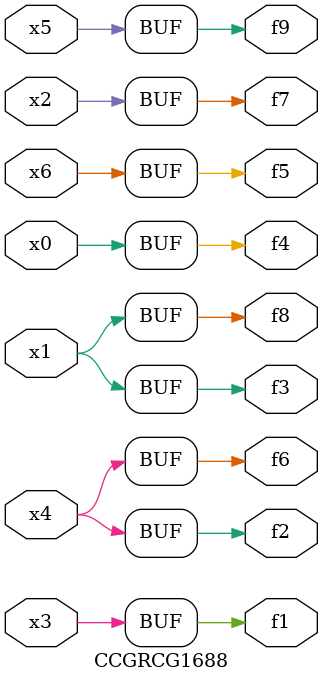
<source format=v>
module CCGRCG1688(
	input x0, x1, x2, x3, x4, x5, x6,
	output f1, f2, f3, f4, f5, f6, f7, f8, f9
);
	assign f1 = x3;
	assign f2 = x4;
	assign f3 = x1;
	assign f4 = x0;
	assign f5 = x6;
	assign f6 = x4;
	assign f7 = x2;
	assign f8 = x1;
	assign f9 = x5;
endmodule

</source>
